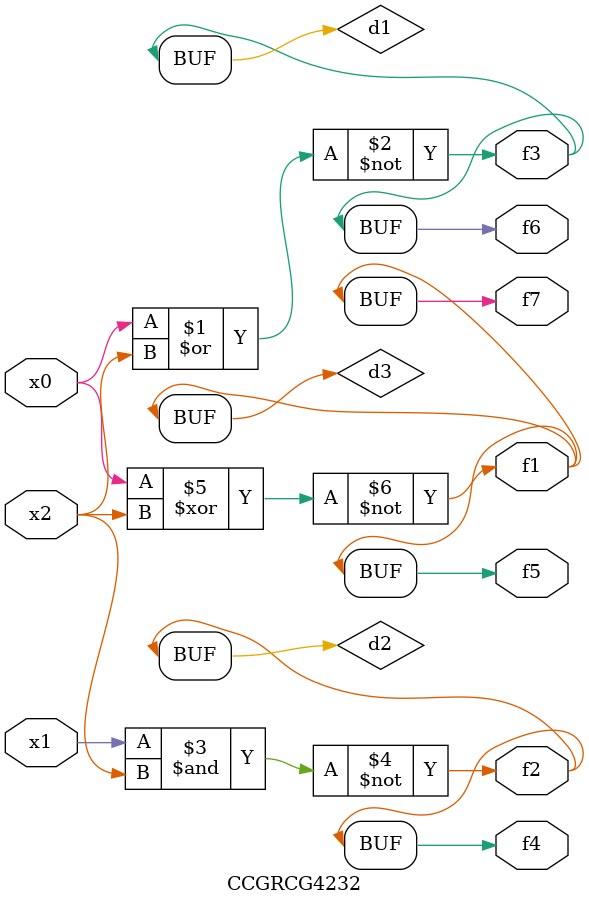
<source format=v>
module CCGRCG4232(
	input x0, x1, x2,
	output f1, f2, f3, f4, f5, f6, f7
);

	wire d1, d2, d3;

	nor (d1, x0, x2);
	nand (d2, x1, x2);
	xnor (d3, x0, x2);
	assign f1 = d3;
	assign f2 = d2;
	assign f3 = d1;
	assign f4 = d2;
	assign f5 = d3;
	assign f6 = d1;
	assign f7 = d3;
endmodule

</source>
